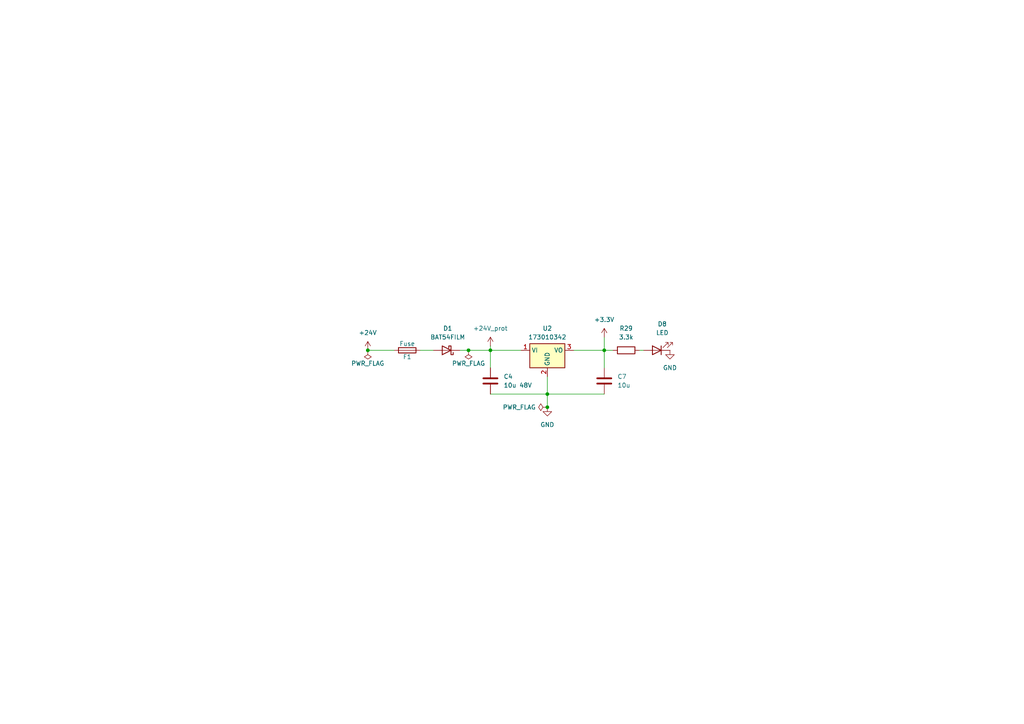
<source format=kicad_sch>
(kicad_sch (version 20231120) (generator "eeschema") (generator_version "8.0")
  (paper "A4")
  (lib_symbols
    (symbol "Device:C" (pin_numbers hide) (pin_names (offset 0.254))
      (property "Reference" "C" (at 0.635 2.54 0))
      (property "Value" "C" (at 0.635 -2.54 0))
      (symbol "C_0_1"
        (polyline (pts (xy -2.032 -0.762) (xy 2.032 -0.762)) (stroke (width 0.508)))
        (polyline (pts (xy -2.032 0.762) (xy 2.032 0.762)) (stroke (width 0.508)))
      )
      (symbol "C_1_1"
        (pin passive line (at 0 3.81 270) (length 2.794) (name "~") (number "1"))
        (pin passive line (at 0 -3.81 90) (length 2.794) (name "~") (number "2"))
      )
    )
    (symbol "Device:D_Schottky" (pin_numbers hide) (pin_names (offset 1.016) hide)
      (property "Reference" "D1" (at -0.3175 -6.35 0))
      (property "Value" "BAT54FILM" (at -0.3175 -3.81 0))
      (symbol "D_Schottky_0_1"
        (polyline (pts (xy 1.27 0) (xy -1.27 0)))
        (polyline (pts (xy 1.27 1.27) (xy 1.27 -1.27) (xy -1.27 0) (xy 1.27 1.27)) (stroke (width 0.254)))
        (polyline (pts (xy -1.905 0.635) (xy -1.905 1.27) (xy -1.27 1.27) (xy -1.27 -1.27) (xy -0.635 -1.27) (xy -0.635 -0.635)) (stroke (width 0.254)))
      )
      (symbol "D_Schottky_1_1"
        (pin passive line (at 3.81 0 180) (length 2.54) (name "A") (number "1"))
        (pin passive line (at -3.81 0 0) (length 2.54) (name "K") (number "3"))
      )
    )
    (symbol "Device:Fuse" (pin_numbers hide) (pin_names (offset 0))
      (property "Reference" "F" (at 2.032 0 90))
      (property "Value" "Fuse" (at -1.905 0 90))
      (symbol "Fuse_0_1"
        (rectangle (start -0.762 -2.54) (end 0.762 2.54) (stroke (width 0.254)))
        (polyline (pts (xy 0 2.54) (xy 0 -2.54)))
      )
      (symbol "Fuse_1_1"
        (pin passive line (at 0 3.81 270) (length 1.27) (name "~") (number "1"))
        (pin passive line (at 0 -3.81 90) (length 1.27) (name "~") (number "2"))
      )
    )
    (symbol "Device:LED" (pin_numbers hide) (pin_names (offset 1.016) hide)
      (property "Reference" "D" (at 0 2.54 0))
      (property "Value" "LED" (at 0 -2.54 0))
      (symbol "LED_0_1"
        (polyline (pts (xy -1.27 -1.27) (xy -1.27 1.27)) (stroke (width 0.254)))
        (polyline (pts (xy -1.27 0) (xy 1.27 0)))
        (polyline (pts (xy 1.27 -1.27) (xy 1.27 1.27) (xy -1.27 0) (xy 1.27 -1.27)) (stroke (width 0.254)))
        (polyline (pts (xy -3.048 -0.762) (xy -4.572 -2.286) (xy -3.81 -2.286) (xy -4.572 -2.286) (xy -4.572 -1.524)))
        (polyline (pts (xy -1.778 -0.762) (xy -3.302 -2.286) (xy -2.54 -2.286) (xy -3.302 -2.286) (xy -3.302 -1.524)))
      )
      (symbol "LED_1_1"
        (pin passive line (at -3.81 0 0) (length 2.54) (name "K") (number "1"))
        (pin passive line (at 3.81 0 180) (length 2.54) (name "A") (number "2"))
      )
    )
    (symbol "Device:R" (pin_numbers hide) (pin_names (offset 0))
      (property "Reference" "R" (at 2.032 0 90))
      (property "Value" "R" (at 0 0 90))
      (symbol "R_0_1"
        (rectangle (start -1.016 -2.54) (end 1.016 2.54) (stroke (width 0.254)))
      )
      (symbol "R_1_1"
        (pin passive line (at 0 3.81 270) (length 1.27) (name "~") (number "1"))
        (pin passive line (at 0 -3.81 90) (length 1.27) (name "~") (number "2"))
      )
    )
    (symbol "Regulator_Linear:LD1117S12TR_SOT223"
      (property "Reference" "U2" (at 0 6.35 0))
      (property "Value" "173010342" (at 0 3.81 0))
      (symbol "LD1117S12TR_SOT223_0_1"
        (rectangle (start -5.08 -5.08) (end 5.08 1.905) (stroke (width 0.254)) (fill (type background)))
      )
      (symbol "LD1117S12TR_SOT223_1_1"
        (pin power_in line (at -7.62 0 0) (length 2.54) (name "VI") (number "1"))
        (pin power_in line (at 0 -7.62 90) (length 2.54) (name "GND") (number "2"))
        (pin power_out line (at 7.62 0 180) (length 2.54) (name "VO") (number "3"))
      )
    )
    (symbol "power:+24V" (power) (pin_numbers hide) (pin_names (offset 0) hide)
      (property "Value" "+24V" (at 0 3.556 0))
      (symbol "+24V_0_1"
        (polyline (pts (xy -0.762 1.27) (xy 0 2.54)))
        (polyline (pts (xy 0 0) (xy 0 2.54)))
        (polyline (pts (xy 0 2.54) (xy 0.762 1.27)))
      )
      (symbol "+24V_1_1"
        (pin power_in line (at 0 0 90) (length 0) (name "~") (number "1"))
      )
    )
    (symbol "power:+3.3V" (power) (pin_numbers hide) (pin_names (offset 0) hide)
      (property "Value" "+3.3V" (at 0 3.556 0))
      (symbol "+3.3V_0_1"
        (polyline (pts (xy -0.762 1.27) (xy 0 2.54)))
        (polyline (pts (xy 0 0) (xy 0 2.54)))
        (polyline (pts (xy 0 2.54) (xy 0.762 1.27)))
      )
      (symbol "+3.3V_1_1"
        (pin power_in line (at 0 0 90) (length 0) (name "~") (number "1"))
      )
    )
    (symbol "power:GND" (power) (pin_numbers hide) (pin_names (offset 0) hide)
      (property "Value" "GND" (at 0 -3.81 0))
      (symbol "GND_0_1"
        (polyline (pts (xy 0 0) (xy 0 -1.27) (xy 1.27 -1.27) (xy 0 -2.54) (xy -1.27 -1.27) (xy 0 -1.27)))
      )
      (symbol "GND_1_1"
        (pin power_in line (at 0 0 270) (length 0) (name "~") (number "1"))
      )
    )
    (symbol "power:PWR_FLAG" (power) (pin_numbers hide) (pin_names (offset 0) hide)
      (property "Value" "PWR_FLAG" (at 0 3.81 0))
      (symbol "PWR_FLAG_0_0"
        (pin power_out line (at 0 0 90) (length 0) (name "~") (number "1"))
      )
      (symbol "PWR_FLAG_0_1"
        (polyline (pts (xy 0 0) (xy 0 1.27) (xy -1.016 1.905) (xy 0 2.54) (xy 1.016 1.905) (xy 0 1.27)))
      )
    )
  )
  (junction (at 106.68 101.6))
  (junction (at 175.26 101.6))
  (junction (at 142.24 101.6))
  (junction (at 135.89 101.6))
  (junction (at 158.75 114.3))
  (junction (at 158.75 118.11))
  (wire (pts (xy 175.26 97.79) (xy 175.26 101.6)))
  (wire (pts (xy 175.26 101.6) (xy 177.8 101.6)))
  (wire (pts (xy 185.42 101.6) (xy 186.69 101.6)))
  (wire (pts (xy 142.24 101.6) (xy 142.24 106.68)))
  (wire (pts (xy 142.24 101.6) (xy 151.13 101.6)))
  (wire (pts (xy 158.75 109.22) (xy 158.75 114.3)))
  (wire (pts (xy 106.68 101.6) (xy 114.3 101.6)))
  (wire (pts (xy 158.75 114.3) (xy 175.26 114.3)))
  (wire (pts (xy 133.35 101.6) (xy 135.89 101.6)))
  (wire (pts (xy 175.26 101.6) (xy 175.26 106.68)))
  (wire (pts (xy 142.24 100.33) (xy 142.24 101.6)))
  (wire (pts (xy 158.75 114.3) (xy 158.75 118.11)))
  (wire (pts (xy 142.24 114.3) (xy 158.75 114.3)))
  (wire (pts (xy 135.89 101.6) (xy 142.24 101.6)))
  (wire (pts (xy 121.92 101.6) (xy 125.73 101.6)))
  (wire (pts (xy 166.37 101.6) (xy 175.26 101.6)))
  (symbol (lib_id "power:+3.3V") (at 175.26 97.79 0) (unit 1)
    (property "Reference" "#PWR012" (effects (hide yes)))
    (property "Value" "+3.3V" (at 175.26 92.71 0))
    (property "Description" "Power symbol creates a global label with name \"+3.3V\"" (effects (hide yes)))
  )
  (symbol (lib_id "power:+24V") (at 142.24 100.33 0) (unit 1)
    (property "Reference" "#PWR04" (effects (hide yes)))
    (property "Value" "+24V_prot" (at 142.24 95.25 0))
    (property "Description" "Power symbol creates a global label with name \"+24V\"" (effects (hide yes)))
  )
  (symbol (lib_id "power:PWR_FLAG") (at 135.89 101.6 180) (unit 1)
    (property "Reference" "#FLG02" (effects (hide yes)))
    (property "Value" "PWR_FLAG" (at 131.064 105.41 0) (effects (justify right)))
    (property "Description" "Special symbol for telling ERC where power comes from" (effects (hide yes)))
  )
  (symbol (lib_id "Device:C") (at 142.24 110.49 0) (unit 1)
    (property "Reference" "C4" (at 146.05 109.2199 0) (effects (justify left)))
    (property "Value" "10u 48V" (at 146.05 111.7599 0) (effects (justify left)))
    (property "Footprint" "Capacitor_SMD:C_0805_2012Metric_Pad1.18x1.45mm_HandSolder" (effects (hide yes)))
    (property "Description" "Unpolarized capacitor" (effects (hide yes)))
  )
  (symbol (lib_id "power:GND") (at 158.75 118.11 0) (unit 1)
    (property "Reference" "#PWR025" (effects (hide yes)))
    (property "Value" "GND" (at 158.75 123.19 0))
    (property "Description" "Power symbol creates a global label with name \"GND\" , ground" (effects (hide yes)))
  )
  (symbol (lib_id "Device:LED") (at 190.5 101.6 180) (unit 1)
    (property "Reference" "D8" (at 192.0875 93.98 0))
    (property "Value" "LED" (at 192.0875 96.52 0))
    (property "Footprint" "LED_SMD:LED_0603_1608Metric_Pad1.05x0.95mm_HandSolder" (effects (hide yes)))
    (property "Description" "Light emitting diode" (effects (hide yes)))
  )
  (symbol (lib_id "power:+24V") (at 106.68 101.6 0) (unit 1)
    (property "Reference" "#PWR03" (effects (hide yes)))
    (property "Value" "+24V" (at 106.68 96.52 0))
    (property "Description" "Power symbol creates a global label with name \"+24V\"" (effects (hide yes)))
  )
  (symbol (lib_id "power:PWR_FLAG") (at 158.75 118.11 90) (unit 1)
    (property "Reference" "#FLG03" (effects (hide yes)))
    (property "Value" "PWR_FLAG" (at 155.448 118.11 90) (effects (justify left)))
    (property "Description" "Special symbol for telling ERC where power comes from" (effects (hide yes)))
  )
  (symbol (lib_id "Regulator_Linear:LD1117S12TR_SOT223") (at 158.75 101.6 0) (unit 1)
    (property "Reference" "U2" (at 158.75 95.25 0))
    (property "Value" "173010342" (at 158.75 97.79 0))
    (property "Footprint" "Converter_DCDC:Converter_DCDC_TRACO_TSR-1_THT" (effects (hide yes)))
    (property "Datasheet" "https://www.we-online.com/components/products/datasheet/173010342.pdf" (effects (hide yes)))
    (property "Description" "800mA Fixed Low Drop Positive Voltage Regulator, Fixed Output 1.2V, SOT-223" (effects (hide yes)))
  )
  (symbol (lib_id "Device:R") (at 181.61 101.6 90) (unit 1)
    (property "Reference" "R29" (at 181.61 95.25 90))
    (property "Value" "3.3k" (at 181.61 97.79 90))
    (property "Footprint" "Resistor_SMD:R_0603_1608Metric_Pad0.98x0.95mm_HandSolder" (effects (hide yes)))
    (property "Description" "Resistor" (effects (hide yes)))
  )
  (symbol (lib_id "Device:Fuse") (at 118.11 101.6 90) (unit 1)
    (property "Reference" "F1" (at 118.11 103.505 90))
    (property "Value" "Fuse" (at 118.11 99.695 90))
    (property "Footprint" "Fuse:Fuse_0603_1608Metric_Pad1.05x0.95mm_HandSolder" (effects (hide yes)))
  )
  (symbol (lib_id "power:PWR_FLAG") (at 106.68 101.6 180) (unit 1)
    (property "Reference" "#FLG01" (effects (hide yes)))
    (property "Value" "PWR_FLAG" (at 101.854 105.41 0) (effects (justify right)))
    (property "Description" "Special symbol for telling ERC where power comes from" (effects (hide yes)))
  )
  (symbol (lib_id "Device:C") (at 175.26 110.49 0) (unit 1)
    (property "Reference" "C7" (at 179.07 109.2199 0) (effects (justify left)))
    (property "Value" "10u" (at 179.07 111.7599 0) (effects (justify left)))
    (property "Footprint" "Capacitor_SMD:C_0805_2012Metric_Pad1.18x1.45mm_HandSolder" (effects (hide yes)))
    (property "Description" "Unpolarized capacitor" (effects (hide yes)))
  )
  (symbol (lib_id "power:GND") (at 194.31 101.6 0) (unit 1)
    (property "Reference" "#PWR027" (effects (hide yes)))
    (property "Value" "GND" (at 194.31 106.68 0))
    (property "Description" "Power symbol creates a global label with name \"GND\" , ground" (effects (hide yes)))
  )
  (symbol (lib_id "Device:D_Schottky") (at 129.54 101.6 180) (unit 1)
    (property "Reference" "D1" (at 129.8575 95.25 0))
    (property "Value" "BAT54FILM" (at 129.8575 97.79 0))
    (property "Footprint" "Package_TO_SOT_SMD:SOT-23" (effects (hide yes)))
    (property "Description" "Schottky diode" (effects (hide yes)))
  )
)
</source>
